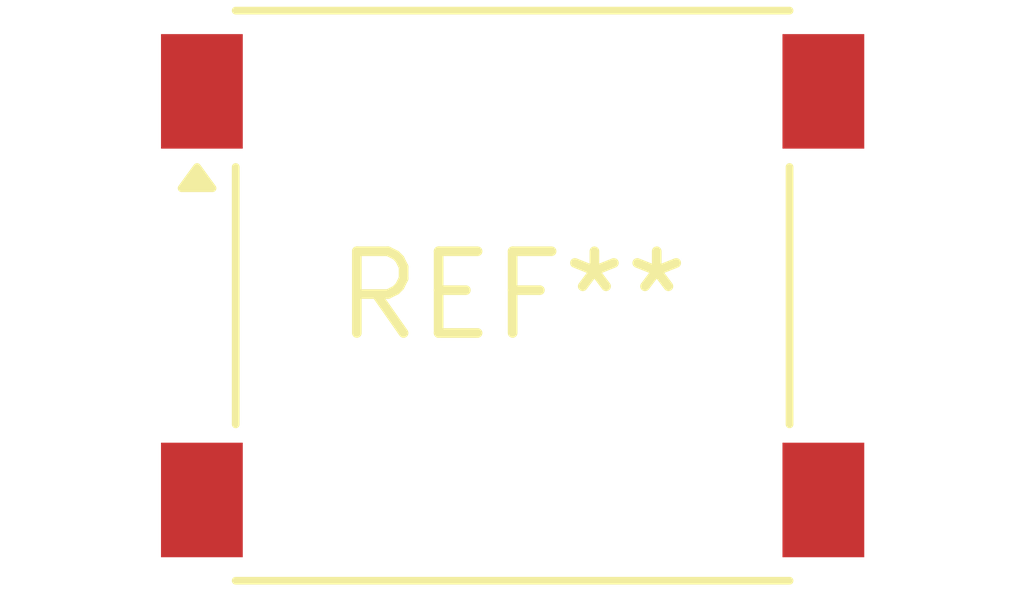
<source format=kicad_pcb>
(kicad_pcb (version 20240108) (generator pcbnew)
  (layers (0 "F.Cu" signal) (31 "B.Cu" signal) (34 "B.Paste" user) (35 "F.Paste" user) (36 "B.SilkS" user "B.Silkscreen") (37 "F.SilkS" user "F.Silkscreen") (38 "B.Mask" user) (39 "F.Mask" user) (44 "Edge.Cuts" user))
  (net 0 "")
  (footprint "Pulse_PA2006NL" (layer "F.Cu") (at 0 0)
    (property "Reference" "REF**")
    (property "Value" "Pulse_PA2006NL")
    (fp_line (start -4.3 -4.43) (end 4.3 -4.43) (layer "F.SilkS") (stroke (width 0.12)))
    (fp_line (start -4.3 2) (end -4.3 -2) (layer "F.SilkS") (stroke (width 0.12)))
    (fp_line (start -4.3 4.43) (end 4.3 4.43) (layer "F.SilkS") (stroke (width 0.12)))
    (fp_line (start 4.3 -2) (end 4.3 2) (layer "F.SilkS") (stroke (width 0.12)))
    (fp_poly (pts (xy -4.9 -2) (xy -4.66 -1.67) (xy -5.14 -1.67) (xy -4.9 -2)) (layer "F.SilkS") (stroke (width 0.12)) (fill solid))
    (pad "1" smd rect (at -4.825 -3.175) (size 1.27 1.78) (layers "F.Cu" "F.Paste" "F.Mask"))
    (pad "3" smd rect (at -4.825 3.175) (size 1.27 1.78) (layers "F.Cu" "F.Paste" "F.Mask"))
    (pad "4" smd rect (at 4.825 3.175) (size 1.27 1.78) (layers "F.Cu" "F.Paste" "F.Mask"))
    (pad "6" smd rect (at 4.825 -3.175) (size 1.27 1.78) (layers "F.Cu" "F.Paste" "F.Mask"))
  )
)
</source>
